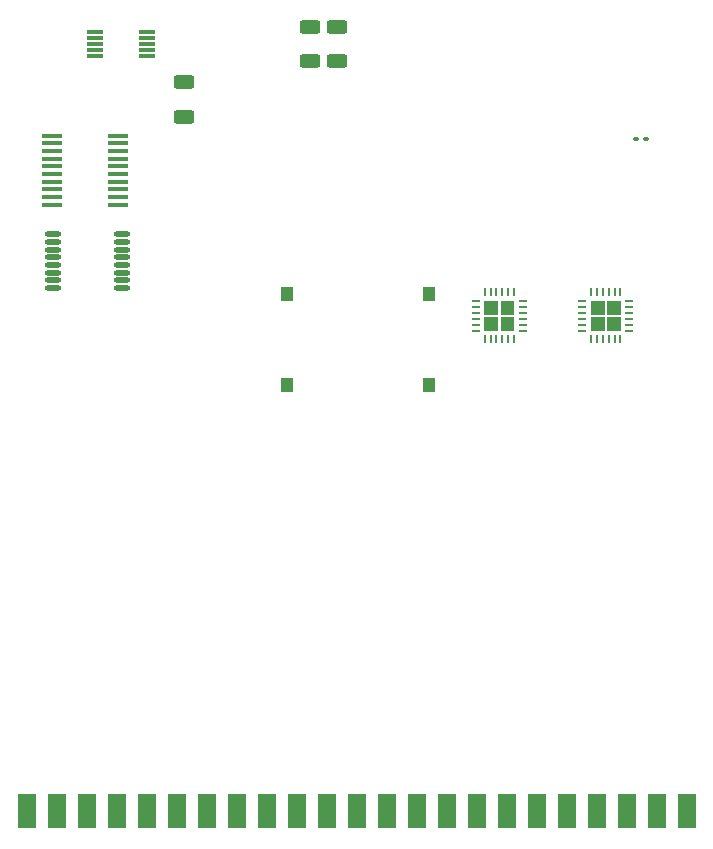
<source format=gbr>
G04 #@! TF.GenerationSoftware,KiCad,Pcbnew,7.0.10*
G04 #@! TF.CreationDate,2024-02-13T11:50:04-05:00*
G04 #@! TF.ProjectId,prototype,70726f74-6f74-4797-9065-2e6b69636164,rev?*
G04 #@! TF.SameCoordinates,Original*
G04 #@! TF.FileFunction,Paste,Bot*
G04 #@! TF.FilePolarity,Positive*
%FSLAX46Y46*%
G04 Gerber Fmt 4.6, Leading zero omitted, Abs format (unit mm)*
G04 Created by KiCad (PCBNEW 7.0.10) date 2024-02-13 11:50:04*
%MOMM*%
%LPD*%
G01*
G04 APERTURE LIST*
G04 Aperture macros list*
%AMRoundRect*
0 Rectangle with rounded corners*
0 $1 Rounding radius*
0 $2 $3 $4 $5 $6 $7 $8 $9 X,Y pos of 4 corners*
0 Add a 4 corners polygon primitive as box body*
4,1,4,$2,$3,$4,$5,$6,$7,$8,$9,$2,$3,0*
0 Add four circle primitives for the rounded corners*
1,1,$1+$1,$2,$3*
1,1,$1+$1,$4,$5*
1,1,$1+$1,$6,$7*
1,1,$1+$1,$8,$9*
0 Add four rect primitives between the rounded corners*
20,1,$1+$1,$2,$3,$4,$5,0*
20,1,$1+$1,$4,$5,$6,$7,0*
20,1,$1+$1,$6,$7,$8,$9,0*
20,1,$1+$1,$8,$9,$2,$3,0*%
G04 Aperture macros list end*
%ADD10R,1.676400X0.355600*%
%ADD11R,1.638300X3.000000*%
%ADD12O,1.400000X0.449999*%
%ADD13RoundRect,0.250000X-0.625000X0.312500X-0.625000X-0.312500X0.625000X-0.312500X0.625000X0.312500X0*%
%ADD14RoundRect,0.090000X0.139000X0.090000X-0.139000X0.090000X-0.139000X-0.090000X0.139000X-0.090000X0*%
%ADD15R,1.000000X1.250000*%
%ADD16R,0.711200X0.254000*%
%ADD17R,0.254000X0.711200*%
%ADD18R,1.400000X0.300000*%
G04 APERTURE END LIST*
G36*
X77271600Y-51271600D02*
G01*
X76100000Y-51271600D01*
X76100000Y-50100000D01*
X77271600Y-50100000D01*
X77271600Y-51271600D01*
G37*
G36*
X77271600Y-49900000D02*
G01*
X76100000Y-49900000D01*
X76100000Y-48728400D01*
X77271600Y-48728400D01*
X77271600Y-49900000D01*
G37*
G36*
X75900000Y-51271600D02*
G01*
X74728400Y-51271600D01*
X74728400Y-50100000D01*
X75900000Y-50100000D01*
X75900000Y-51271600D01*
G37*
G36*
X75900000Y-49900000D02*
G01*
X74728400Y-49900000D01*
X74728400Y-48728400D01*
X75900000Y-48728400D01*
X75900000Y-49900000D01*
G37*
G36*
X68271600Y-51271600D02*
G01*
X67100000Y-51271600D01*
X67100000Y-50100000D01*
X68271600Y-50100000D01*
X68271600Y-51271600D01*
G37*
G36*
X68271600Y-49900000D02*
G01*
X67100000Y-49900000D01*
X67100000Y-48728400D01*
X68271600Y-48728400D01*
X68271600Y-49900000D01*
G37*
G36*
X66900000Y-51271600D02*
G01*
X65728400Y-51271600D01*
X65728400Y-50100000D01*
X66900000Y-50100000D01*
X66900000Y-51271600D01*
G37*
G36*
X66900000Y-49900000D02*
G01*
X65728400Y-49900000D01*
X65728400Y-48728400D01*
X66900000Y-48728400D01*
X66900000Y-49900000D01*
G37*
D10*
X34750000Y-34750000D03*
X34750000Y-35400001D03*
X34750000Y-36049999D03*
X34750000Y-36700001D03*
X34750000Y-37349999D03*
X34750000Y-37999998D03*
X34750000Y-38649999D03*
X34750000Y-39299998D03*
X34750000Y-39949999D03*
X34750000Y-40599998D03*
X29111200Y-40600000D03*
X29111200Y-39950002D03*
X29111200Y-39300001D03*
X29111200Y-38650002D03*
X29111200Y-38000001D03*
X29111200Y-37350002D03*
X29111200Y-36700001D03*
X29111200Y-36050002D03*
X29111200Y-35400001D03*
X29111200Y-34750002D03*
D11*
X26975000Y-91937500D03*
X29515000Y-91937500D03*
X32055000Y-91937500D03*
X34595000Y-91937500D03*
X37135000Y-91937500D03*
X39675000Y-91937500D03*
X42215000Y-91937500D03*
X44755000Y-91937500D03*
X47295000Y-91937500D03*
X49835000Y-91937500D03*
X52375000Y-91937500D03*
X54915000Y-91937500D03*
X57455000Y-91937500D03*
X59995000Y-91937500D03*
X62535000Y-91937500D03*
X65075000Y-91937500D03*
X67615000Y-91937500D03*
X70155000Y-91937500D03*
X72695000Y-91937500D03*
X75235000Y-91937500D03*
X77775000Y-91937500D03*
X80315000Y-91937500D03*
X82855000Y-91937500D03*
D12*
X35074999Y-43100001D03*
X35074999Y-43750002D03*
X35074999Y-44400001D03*
X35074999Y-45050002D03*
X35074999Y-45700001D03*
X35074999Y-46350002D03*
X35074999Y-47000001D03*
X35074999Y-47650002D03*
X29174998Y-47650002D03*
X29174998Y-47000001D03*
X29174998Y-46350002D03*
X29174998Y-45700001D03*
X29174998Y-45050002D03*
X29174998Y-44400001D03*
X29174998Y-43750002D03*
X29174998Y-43100001D03*
D13*
X40312500Y-30225000D03*
X40312500Y-33150000D03*
D14*
X78567500Y-35000000D03*
X79432500Y-35000000D03*
D13*
X53250000Y-25537500D03*
X53250000Y-28462500D03*
D15*
X49000000Y-48125000D03*
X49000000Y-55875000D03*
D16*
X77993900Y-48749685D03*
X77993900Y-49249811D03*
X77993900Y-49749937D03*
X77993900Y-50250063D03*
X77993900Y-50750189D03*
X77993900Y-51250315D03*
D17*
X77250315Y-51993900D03*
X76750189Y-51993900D03*
X76250063Y-51993900D03*
X75749937Y-51993900D03*
X75249811Y-51993900D03*
X74749685Y-51993900D03*
D16*
X74006100Y-51250315D03*
X74006100Y-50750189D03*
X74006100Y-50250063D03*
X74006100Y-49749937D03*
X74006100Y-49249811D03*
X74006100Y-48749685D03*
D17*
X74749685Y-48006100D03*
X75249811Y-48006100D03*
X75749937Y-48006100D03*
X76250063Y-48006100D03*
X76750189Y-48006100D03*
X77250315Y-48006100D03*
D16*
X68993900Y-48749685D03*
X68993900Y-49249811D03*
X68993900Y-49749937D03*
X68993900Y-50250063D03*
X68993900Y-50750189D03*
X68993900Y-51250315D03*
D17*
X68250315Y-51993900D03*
X67750189Y-51993900D03*
X67250063Y-51993900D03*
X66749937Y-51993900D03*
X66249811Y-51993900D03*
X65749685Y-51993900D03*
D16*
X65006100Y-51250315D03*
X65006100Y-50750189D03*
X65006100Y-50250063D03*
X65006100Y-49749937D03*
X65006100Y-49249811D03*
X65006100Y-48749685D03*
D17*
X65749685Y-48006100D03*
X66249811Y-48006100D03*
X66749937Y-48006100D03*
X67250063Y-48006100D03*
X67750189Y-48006100D03*
X68250315Y-48006100D03*
D18*
X32800000Y-28000000D03*
X32800000Y-27500000D03*
X32800000Y-27000000D03*
X32800000Y-26500000D03*
X32800000Y-26000000D03*
X37200000Y-26000000D03*
X37200000Y-26500000D03*
X37200000Y-27000000D03*
X37200000Y-27500000D03*
X37200000Y-28000000D03*
D13*
X51000000Y-25537500D03*
X51000000Y-28462500D03*
D15*
X61000000Y-48125000D03*
X61000000Y-55875000D03*
M02*

</source>
